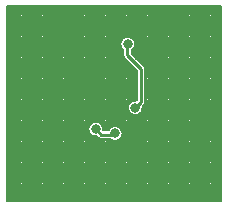
<source format=gbl>
%FSLAX24Y24*%
%MOIN*%
G70*
G01*
G75*
G04 Layer_Physical_Order=2*
G04 Layer_Color=16711680*
%ADD10C,0.0080*%
%ADD11R,0.0300X0.0300*%
%ADD12R,0.0200X0.0250*%
%ADD13R,0.0300X0.0300*%
%ADD14R,0.0250X0.0200*%
%ADD15O,0.0118X0.0335*%
%ADD16O,0.0335X0.0118*%
%ADD17R,0.1457X0.1457*%
%ADD18R,0.0433X0.0472*%
%ADD19R,0.0709X0.0394*%
%ADD20C,0.0100*%
%ADD21C,0.0060*%
%ADD22C,0.0300*%
%ADD23C,0.0320*%
%ADD24C,0.0240*%
D10*
X4285Y5132D02*
G03*
X4405Y5346I-130J214D01*
G01*
X4405Y5346D02*
G03*
X4005Y5146I-250J0D01*
G01*
X4745Y4506D02*
G03*
X4704Y4605I-140J0D01*
G01*
X4745Y4506D02*
G03*
X4704Y4605I-140J0D01*
G01*
X4704Y3321D02*
G03*
X4745Y3420I-99J99D01*
G01*
X4704Y3321D02*
G03*
X4745Y3420I-99J99D01*
G01*
X4656Y3221D02*
G03*
X4651Y3268I-250J0D01*
G01*
X4005Y4966D02*
G03*
X4046Y4867I140J0D01*
G01*
X4005Y4966D02*
G03*
X4046Y4867I140J0D01*
G01*
X4453Y3466D02*
G03*
X4656Y3221I-47J-245D01*
G01*
X3983Y2366D02*
G03*
X3504Y2466I-250J0D01*
G01*
X3337Y2466D02*
G03*
X3341Y2511I-246J45D01*
G01*
X3560Y2186D02*
G03*
X3983Y2366I173J180D01*
G01*
X3176Y2227D02*
G03*
X3275Y2186I99J99D01*
G01*
X3341Y2511D02*
G03*
X3138Y2265I-250J0D01*
G01*
X3176Y2227D02*
G03*
X3275Y2186I99J99D01*
G01*
X4656Y4653D02*
X7280Y4653D01*
X4586Y4723D02*
X7280Y4723D01*
X4722Y4583D02*
X7280Y4583D01*
X4446Y4863D02*
X7280Y4863D01*
X4516Y4793D02*
X7280Y4793D01*
X4745Y4303D02*
X7280Y4303D01*
X4745Y4373D02*
X7280Y4373D01*
X4745Y4233D02*
X7280Y4233D01*
X4745Y4513D02*
X7280Y4513D01*
X4745Y4443D02*
X7280Y4443D01*
X4405Y5353D02*
X7280Y5353D01*
X4393Y5423D02*
X7280Y5423D01*
X4397Y5283D02*
X7280Y5283D01*
X4279Y5563D02*
X7280Y5563D01*
X4357Y5493D02*
X7280Y5493D01*
X4306Y5003D02*
X7280Y5003D01*
X4285Y5073D02*
X7280Y5073D01*
X4376Y4933D02*
X7280Y4933D01*
X4367Y5213D02*
X7280Y5213D01*
X4301Y5143D02*
X7280Y5143D01*
X4745Y3953D02*
X7280Y3953D01*
X4745Y4023D02*
X7280Y4023D01*
X4745Y3883D02*
X7280Y3883D01*
X4745Y4163D02*
X7280Y4163D01*
X4745Y4093D02*
X7280Y4093D01*
X4745Y3603D02*
X7280Y3603D01*
X4745Y3673D02*
X7280Y3673D01*
X4745Y3533D02*
X7280Y3533D01*
X4745Y3813D02*
X7280Y3813D01*
X4745Y3743D02*
X7280Y3743D01*
X4706Y3323D02*
X7280Y3323D01*
X4654Y3253D02*
X7280Y3253D01*
X4653Y3183D02*
X7280Y3183D01*
X4745Y3463D02*
X7280Y3463D01*
X4742Y3393D02*
X7280Y3393D01*
X4439Y2973D02*
X7280Y2973D01*
X3314Y2623D02*
X7280Y2623D01*
X4631Y3113D02*
X7280Y3113D01*
X4582Y3043D02*
X7280Y3043D01*
X4359Y5491D02*
X4359Y6630D01*
X4359Y4950D02*
X4359Y5201D01*
X4219Y5588D02*
X4219Y6630D01*
X4289Y5557D02*
X4289Y6630D01*
X4639Y4670D02*
X4639Y6630D01*
X4569Y4740D02*
X4569Y6630D01*
X4709Y4600D02*
X4709Y6630D01*
X4429Y4880D02*
X4429Y6630D01*
X4499Y4810D02*
X4499Y6630D01*
X4149Y5596D02*
X4149Y6630D01*
X4079Y5584D02*
X4079Y6630D01*
X3939Y5472D02*
X3939Y6630D01*
X4009Y5549D02*
X4009Y6630D01*
X3799Y2607D02*
X3799Y6630D01*
X4005Y4966D02*
X4005Y5146D01*
X3309Y2633D02*
X3309Y6630D01*
X3729Y2616D02*
X3729Y6630D01*
X4465Y3478D02*
X4465Y4448D01*
X4359Y3466D02*
X4359Y4554D01*
X4429Y3470D02*
X4429Y4484D01*
X4745Y3420D02*
X4745Y4506D01*
X4651Y3268D02*
X4704Y3321D01*
X4289Y5020D02*
X4289Y5135D01*
X4285Y5024D02*
X4285Y5132D01*
X4285Y5024D02*
X4704Y4605D01*
X4046Y4867D02*
X4465Y4448D01*
X4219Y3387D02*
X4219Y4694D01*
X4289Y3442D02*
X4289Y4624D01*
X6879Y120D02*
X6879Y6630D01*
X6809Y120D02*
X6809Y6630D01*
X6949Y120D02*
X6949Y6630D01*
X6669Y120D02*
X6669Y6630D01*
X6739Y120D02*
X6739Y6630D01*
X7229Y120D02*
X7229Y6630D01*
X7159Y120D02*
X7159Y6630D01*
X7280Y120D02*
X7280Y6630D01*
X7019Y120D02*
X7019Y6630D01*
X7089Y120D02*
X7089Y6630D01*
X5619Y120D02*
X5619Y6630D01*
X5549Y120D02*
X5549Y6630D01*
X6249Y120D02*
X6249Y6630D01*
X5409Y120D02*
X5409Y6630D01*
X5479Y120D02*
X5479Y6630D01*
X6529Y120D02*
X6529Y6630D01*
X6459Y120D02*
X6459Y6630D01*
X6599Y120D02*
X6599Y6630D01*
X6319Y120D02*
X6319Y6630D01*
X6389Y120D02*
X6389Y6630D01*
X5759Y120D02*
X5759Y6630D01*
X5689Y120D02*
X5689Y6630D01*
X5829Y120D02*
X5829Y6630D01*
X5269Y120D02*
X5269Y6630D01*
X5339Y120D02*
X5339Y6630D01*
X6109Y120D02*
X6109Y6630D01*
X6039Y120D02*
X6039Y6630D01*
X6179Y120D02*
X6179Y6630D01*
X5899Y120D02*
X5899Y6630D01*
X5969Y120D02*
X5969Y6630D01*
X3982Y2343D02*
X7280Y2343D01*
X3979Y2413D02*
X7280Y2413D01*
X3965Y2273D02*
X7280Y2273D01*
X3899Y2553D02*
X7280Y2553D01*
X3954Y2483D02*
X7280Y2483D01*
X3923Y2203D02*
X7280Y2203D01*
X3824Y2133D02*
X7280Y2133D01*
X5129Y120D02*
X5129Y6630D01*
X5199Y120D02*
X5199Y6630D01*
X4709Y120D02*
X4709Y3326D01*
X4639Y120D02*
X4639Y3130D01*
X4569Y120D02*
X4569Y3031D01*
X4149Y120D02*
X4149Y4764D01*
X4219Y120D02*
X4219Y3055D01*
X4989Y120D02*
X4989Y6630D01*
X4919Y120D02*
X4919Y6630D01*
X5059Y120D02*
X5059Y6630D01*
X4779Y120D02*
X4779Y6630D01*
X4849Y120D02*
X4849Y6630D01*
X3869Y2576D02*
X3869Y6630D01*
X3659Y2605D02*
X3659Y6630D01*
X3939Y2508D02*
X3939Y5220D01*
X3519Y2495D02*
X3519Y6630D01*
X3589Y2570D02*
X3589Y6630D01*
X4009Y120D02*
X4009Y4933D01*
X4079Y120D02*
X4079Y4834D01*
X3379Y2466D02*
X3379Y6630D01*
X3449Y2466D02*
X3449Y6630D01*
X3869Y120D02*
X3869Y2156D01*
X3799Y120D02*
X3799Y2125D01*
X3729Y120D02*
X3729Y2116D01*
X3589Y120D02*
X3589Y2162D01*
X3659Y120D02*
X3659Y2127D01*
X4499Y120D02*
X4499Y2989D01*
X4359Y120D02*
X4359Y2975D01*
X4429Y120D02*
X4429Y2972D01*
X4289Y120D02*
X4289Y3000D01*
X3939Y120D02*
X3939Y2224D01*
X3337Y2553D02*
X3567Y2553D01*
X3339Y2483D02*
X3512Y2483D01*
X3337Y2466D02*
X3504Y2466D01*
X3519Y120D02*
X3519Y2186D01*
X3379Y120D02*
X3379Y2186D01*
X3449Y120D02*
X3449Y2186D01*
X120Y5773D02*
X7280Y5773D01*
X120Y5843D02*
X7280Y5843D01*
X120Y5703D02*
X7280Y5703D01*
X120Y5983D02*
X7280Y5983D01*
X120Y5913D02*
X7280Y5913D01*
X120Y4513D02*
X4400Y4513D01*
X120Y5633D02*
X7280Y5633D01*
X120Y4443D02*
X4465Y4443D01*
X120Y4653D02*
X4260Y4653D01*
X120Y4583D02*
X4330Y4583D01*
X120Y6473D02*
X7280Y6473D01*
X120Y6543D02*
X7280Y6543D01*
X120Y6403D02*
X7280Y6403D01*
X120Y6630D02*
X7280Y6630D01*
X120Y6613D02*
X7280Y6613D01*
X120Y6123D02*
X7280Y6123D01*
X120Y6193D02*
X7280Y6193D01*
X120Y6053D02*
X7280Y6053D01*
X120Y6333D02*
X7280Y6333D01*
X120Y6263D02*
X7280Y6263D01*
X120Y3673D02*
X4465Y3673D01*
X120Y3743D02*
X4465Y3743D01*
X120Y3603D02*
X4465Y3603D01*
X120Y3533D02*
X4465Y3533D01*
X120Y3463D02*
X4344Y3463D01*
X120Y2763D02*
X7280Y2763D01*
X120Y2833D02*
X7280Y2833D01*
X3262Y2693D02*
X7280Y2693D01*
X120Y2973D02*
X4373Y2973D01*
X120Y2903D02*
X7280Y2903D01*
X120Y4163D02*
X4465Y4163D01*
X120Y4233D02*
X4465Y4233D01*
X120Y4093D02*
X4465Y4093D01*
X120Y4373D02*
X4465Y4373D01*
X120Y4303D02*
X4465Y4303D01*
X120Y3883D02*
X4465Y3883D01*
X120Y3813D02*
X4465Y3813D01*
X120Y4023D02*
X4465Y4023D01*
X120Y3953D02*
X4465Y3953D01*
X120Y5493D02*
X3953Y5493D01*
X120Y5563D02*
X4031Y5563D01*
X120Y5423D02*
X3917Y5423D01*
X3099Y2761D02*
X3099Y6630D01*
X120Y5353D02*
X3905Y5353D01*
X3169Y2748D02*
X3169Y6630D01*
X3029Y2753D02*
X3029Y6630D01*
X3239Y2712D02*
X3239Y6630D01*
X2889Y2659D02*
X2889Y6630D01*
X2959Y2723D02*
X2959Y6630D01*
X120Y5073D02*
X4005Y5073D01*
X120Y5143D02*
X4005Y5143D01*
X120Y5003D02*
X4005Y5003D01*
X120Y5283D02*
X3913Y5283D01*
X120Y5213D02*
X3943Y5213D01*
X120Y4793D02*
X4120Y4793D01*
X120Y4723D02*
X4190Y4723D01*
X120Y4933D02*
X4009Y4933D01*
X120Y4863D02*
X4050Y4863D01*
X120Y3113D02*
X4180Y3113D01*
X120Y3393D02*
X4225Y3393D01*
X120Y3043D02*
X4230Y3043D01*
X120Y3323D02*
X4178Y3323D01*
X120Y3183D02*
X4159Y3183D01*
X3275Y2186D02*
X3560Y2186D01*
X3138Y2265D02*
X3176Y2227D01*
X120Y2693D02*
X2919Y2693D01*
X120Y3253D02*
X4158Y3253D01*
X120Y2623D02*
X2867Y2623D01*
X120Y2553D02*
X2844Y2553D01*
X120Y2483D02*
X2842Y2483D01*
X120Y2273D02*
X3013Y2273D01*
X120Y2203D02*
X3209Y2203D01*
X120Y2413D02*
X2860Y2413D01*
X120Y2343D02*
X2905Y2343D01*
X2959Y120D02*
X2959Y2298D01*
X2889Y120D02*
X2889Y2363D01*
X120Y2133D02*
X3642Y2133D01*
X2749Y120D02*
X2749Y6630D01*
X2819Y120D02*
X2819Y6630D01*
X3239Y120D02*
X3239Y2191D01*
X3169Y120D02*
X3169Y2234D01*
X3309Y120D02*
X3309Y2186D01*
X3029Y120D02*
X3029Y2269D01*
X3099Y120D02*
X3099Y2261D01*
X120Y1853D02*
X7280Y1853D01*
X120Y1923D02*
X7280Y1923D01*
X120Y1783D02*
X7280Y1783D01*
X120Y2063D02*
X7280Y2063D01*
X120Y1993D02*
X7280Y1993D01*
X120Y1503D02*
X7280Y1503D01*
X120Y1573D02*
X7280Y1573D01*
X120Y1433D02*
X7280Y1433D01*
X120Y1713D02*
X7280Y1713D01*
X120Y1643D02*
X7280Y1643D01*
X120Y523D02*
X7280Y523D01*
X120Y593D02*
X7280Y593D01*
X120Y453D02*
X7280Y453D01*
X120Y733D02*
X7280Y733D01*
X120Y663D02*
X7280Y663D01*
X120Y173D02*
X7280Y173D01*
X120Y243D02*
X7280Y243D01*
X120Y120D02*
X7280Y120D01*
X120Y383D02*
X7280Y383D01*
X120Y313D02*
X7280Y313D01*
X120Y1153D02*
X7280Y1153D01*
X120Y1223D02*
X7280Y1223D01*
X120Y1083D02*
X7280Y1083D01*
X120Y1363D02*
X7280Y1363D01*
X120Y1293D02*
X7280Y1293D01*
X120Y873D02*
X7280Y873D01*
X120Y803D02*
X7280Y803D01*
X120Y1013D02*
X7280Y1013D01*
X120Y943D02*
X7280Y943D01*
X929Y120D02*
X929Y6630D01*
X859Y120D02*
X859Y6630D01*
X999Y120D02*
X999Y6630D01*
X719Y120D02*
X719Y6630D01*
X789Y120D02*
X789Y6630D01*
X1279Y120D02*
X1279Y6630D01*
X1209Y120D02*
X1209Y6630D01*
X1349Y120D02*
X1349Y6630D01*
X1069Y120D02*
X1069Y6630D01*
X1139Y120D02*
X1139Y6630D01*
X299Y120D02*
X299Y6630D01*
X229Y120D02*
X229Y6630D01*
X369Y120D02*
X369Y6630D01*
X120Y120D02*
X120Y6630D01*
X159Y120D02*
X159Y6630D01*
X579Y120D02*
X579Y6630D01*
X649Y120D02*
X649Y6630D01*
X439Y120D02*
X439Y6630D01*
X509Y120D02*
X509Y6630D01*
X2259Y120D02*
X2259Y6630D01*
X2189Y120D02*
X2189Y6630D01*
X2329Y120D02*
X2329Y6630D01*
X2049Y120D02*
X2049Y6630D01*
X2119Y120D02*
X2119Y6630D01*
X2609Y120D02*
X2609Y6630D01*
X2539Y120D02*
X2539Y6630D01*
X2679Y120D02*
X2679Y6630D01*
X2399Y120D02*
X2399Y6630D01*
X2469Y120D02*
X2469Y6630D01*
X1629Y120D02*
X1629Y6630D01*
X1559Y120D02*
X1559Y6630D01*
X1699Y120D02*
X1699Y6630D01*
X1419Y120D02*
X1419Y6630D01*
X1489Y120D02*
X1489Y6630D01*
X1909Y120D02*
X1909Y6630D01*
X1979Y120D02*
X1979Y6630D01*
X1769Y120D02*
X1769Y6630D01*
X1839Y120D02*
X1839Y6630D01*
D20*
X3275Y2326D02*
X3733Y2326D01*
X3091Y2511D02*
X3275Y2326D01*
X4406Y3221D02*
X4605Y3420D01*
X4145Y4966D02*
X4145Y5346D01*
X4605Y3420D02*
X4605Y4506D01*
X4145Y4966D02*
X4605Y4506D01*
D23*
X4500Y6450D02*
D03*
X1923Y5676D02*
D03*
X2000Y6450D02*
D03*
X3733Y2366D02*
D03*
X6133Y1746D02*
D03*
X4283Y1746D02*
D03*
X300Y4250D02*
D03*
X300Y1500D02*
D03*
X300Y2250D02*
D03*
X4406Y3221D02*
D03*
X3091Y2511D02*
D03*
X4713Y826D02*
D03*
X7100Y300D02*
D03*
X6936Y3898D02*
D03*
X7083Y1706D02*
D03*
X5303Y956D02*
D03*
X5500Y6450D02*
D03*
X3830Y1145D02*
D03*
X3111Y1153D02*
D03*
X5657Y4069D02*
D03*
X2634Y1912D02*
D03*
X2313Y1466D02*
D03*
X1359Y5985D02*
D03*
X5743Y3286D02*
D03*
X4155Y5346D02*
D03*
X5750Y5000D02*
D03*
X5500Y300D02*
D03*
X300Y6450D02*
D03*
X805Y5506D02*
D03*
X1383Y976D02*
D03*
X300Y300D02*
D03*
X5684Y3722D02*
D03*
X3953Y2066D02*
D03*
X4885Y4957D02*
D03*
X7100Y5000D02*
D03*
X7100Y6450D02*
D03*
X6983Y2709D02*
D03*
X2523Y496D02*
D03*
X5793Y2346D02*
D03*
D24*
X3205Y4146D02*
D03*
X3205Y3674D02*
D03*
X3677Y3674D02*
D03*
X3677Y4146D02*
D03*
X3677Y4618D02*
D03*
X3205Y4618D02*
D03*
X2733Y4618D02*
D03*
X2733Y4146D02*
D03*
X2733Y3674D02*
D03*
M02*

</source>
